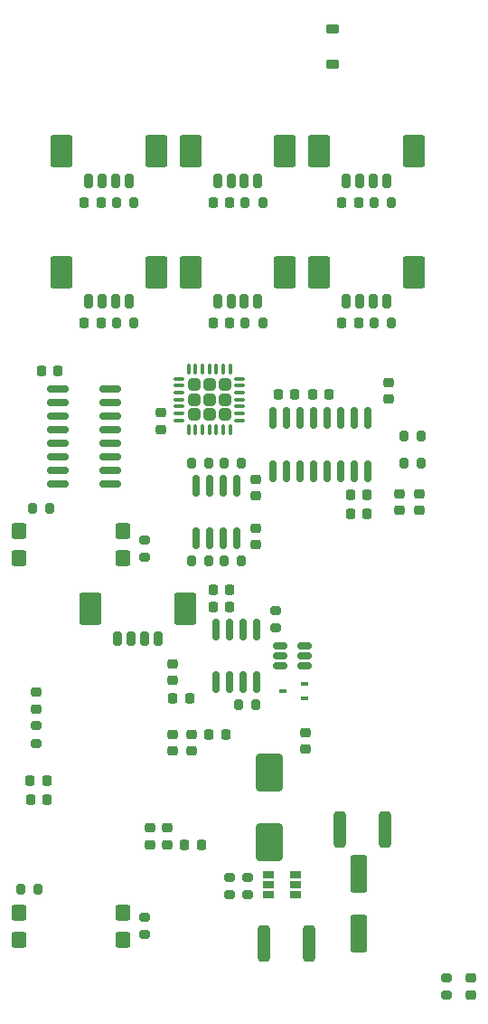
<source format=gbr>
%TF.GenerationSoftware,KiCad,Pcbnew,7.0.10*%
%TF.CreationDate,2024-04-30T16:54:10+09:00*%
%TF.ProjectId,Panel_board,50616e65-6c5f-4626-9f61-72642e6b6963,rev?*%
%TF.SameCoordinates,Original*%
%TF.FileFunction,Paste,Top*%
%TF.FilePolarity,Positive*%
%FSLAX46Y46*%
G04 Gerber Fmt 4.6, Leading zero omitted, Abs format (unit mm)*
G04 Created by KiCad (PCBNEW 7.0.10) date 2024-04-30 16:54:10*
%MOMM*%
%LPD*%
G01*
G04 APERTURE LIST*
G04 Aperture macros list*
%AMRoundRect*
0 Rectangle with rounded corners*
0 $1 Rounding radius*
0 $2 $3 $4 $5 $6 $7 $8 $9 X,Y pos of 4 corners*
0 Add a 4 corners polygon primitive as box body*
4,1,4,$2,$3,$4,$5,$6,$7,$8,$9,$2,$3,0*
0 Add four circle primitives for the rounded corners*
1,1,$1+$1,$2,$3*
1,1,$1+$1,$4,$5*
1,1,$1+$1,$6,$7*
1,1,$1+$1,$8,$9*
0 Add four rect primitives between the rounded corners*
20,1,$1+$1,$2,$3,$4,$5,0*
20,1,$1+$1,$4,$5,$6,$7,0*
20,1,$1+$1,$6,$7,$8,$9,0*
20,1,$1+$1,$8,$9,$2,$3,0*%
G04 Aperture macros list end*
%ADD10RoundRect,0.200000X0.200000X0.275000X-0.200000X0.275000X-0.200000X-0.275000X0.200000X-0.275000X0*%
%ADD11RoundRect,0.200000X-0.275000X0.200000X-0.275000X-0.200000X0.275000X-0.200000X0.275000X0.200000X0*%
%ADD12RoundRect,0.225000X-0.250000X0.225000X-0.250000X-0.225000X0.250000X-0.225000X0.250000X0.225000X0*%
%ADD13RoundRect,0.225000X0.225000X0.250000X-0.225000X0.250000X-0.225000X-0.250000X0.225000X-0.250000X0*%
%ADD14RoundRect,0.150000X-0.150000X0.850000X-0.150000X-0.850000X0.150000X-0.850000X0.150000X0.850000X0*%
%ADD15RoundRect,0.225000X0.250000X-0.225000X0.250000X0.225000X-0.250000X0.225000X-0.250000X-0.225000X0*%
%ADD16RoundRect,0.253800X-0.451200X-0.481200X0.451200X-0.481200X0.451200X0.481200X-0.451200X0.481200X0*%
%ADD17RoundRect,0.200000X0.275000X-0.200000X0.275000X0.200000X-0.275000X0.200000X-0.275000X-0.200000X0*%
%ADD18RoundRect,0.200000X-0.200000X-0.275000X0.200000X-0.275000X0.200000X0.275000X-0.200000X0.275000X0*%
%ADD19RoundRect,0.250000X0.550000X-1.500000X0.550000X1.500000X-0.550000X1.500000X-0.550000X-1.500000X0*%
%ADD20RoundRect,0.200000X0.200000X0.450000X-0.200000X0.450000X-0.200000X-0.450000X0.200000X-0.450000X0*%
%ADD21RoundRect,0.250001X0.799999X1.249999X-0.799999X1.249999X-0.799999X-1.249999X0.799999X-1.249999X0*%
%ADD22RoundRect,0.218750X0.218750X0.256250X-0.218750X0.256250X-0.218750X-0.256250X0.218750X-0.256250X0*%
%ADD23RoundRect,0.225000X-0.225000X-0.250000X0.225000X-0.250000X0.225000X0.250000X-0.225000X0.250000X0*%
%ADD24R,1.000000X0.700000*%
%ADD25RoundRect,0.218750X-0.256250X0.218750X-0.256250X-0.218750X0.256250X-0.218750X0.256250X0.218750X0*%
%ADD26RoundRect,0.150000X0.150000X-0.825000X0.150000X0.825000X-0.150000X0.825000X-0.150000X-0.825000X0*%
%ADD27RoundRect,0.218750X-0.218750X-0.256250X0.218750X-0.256250X0.218750X0.256250X-0.218750X0.256250X0*%
%ADD28RoundRect,0.225000X0.375000X-0.225000X0.375000X0.225000X-0.375000X0.225000X-0.375000X-0.225000X0*%
%ADD29RoundRect,0.150000X-0.150000X0.825000X-0.150000X-0.825000X0.150000X-0.825000X0.150000X0.825000X0*%
%ADD30RoundRect,0.150000X-0.512500X-0.150000X0.512500X-0.150000X0.512500X0.150000X-0.512500X0.150000X0*%
%ADD31R,0.700000X0.450000*%
%ADD32RoundRect,0.250000X-0.312500X-1.450000X0.312500X-1.450000X0.312500X1.450000X-0.312500X1.450000X0*%
%ADD33RoundRect,0.250000X1.000000X-1.500000X1.000000X1.500000X-1.000000X1.500000X-1.000000X-1.500000X0*%
%ADD34RoundRect,0.250000X-0.320000X-0.320000X0.320000X-0.320000X0.320000X0.320000X-0.320000X0.320000X0*%
%ADD35RoundRect,0.075000X-0.437500X-0.075000X0.437500X-0.075000X0.437500X0.075000X-0.437500X0.075000X0*%
%ADD36RoundRect,0.075000X-0.075000X-0.437500X0.075000X-0.437500X0.075000X0.437500X-0.075000X0.437500X0*%
%ADD37RoundRect,0.250000X0.312500X1.450000X-0.312500X1.450000X-0.312500X-1.450000X0.312500X-1.450000X0*%
%ADD38RoundRect,0.150000X0.825000X0.150000X-0.825000X0.150000X-0.825000X-0.150000X0.825000X-0.150000X0*%
G04 APERTURE END LIST*
D10*
%TO.C,R13*%
X-2350000Y-83357000D03*
X-4000000Y-83357000D03*
%TD*%
D11*
%TO.C,R9*%
X-12827000Y-67927000D03*
X-12827000Y-69577000D03*
%TD*%
D12*
%TO.C,C13*%
X-11303000Y-56039000D03*
X-11303000Y-57589000D03*
%TD*%
D13*
%TO.C,C23*%
X7229000Y-47626000D03*
X5679000Y-47626000D03*
%TD*%
%TO.C,C22*%
X-16901000Y-36323000D03*
X-18451000Y-36323000D03*
%TD*%
D11*
%TO.C,R10*%
X-12827000Y-103233000D03*
X-12827000Y-104883000D03*
%TD*%
D14*
%TO.C,U4*%
X8128000Y-56513000D03*
X6858000Y-56513000D03*
X5588000Y-56513000D03*
X4318000Y-56513000D03*
X3048000Y-56513000D03*
X1778000Y-56513000D03*
X508000Y-56513000D03*
X-762000Y-56513000D03*
X-762000Y-61513000D03*
X508000Y-61513000D03*
X1778000Y-61513000D03*
X3048000Y-61513000D03*
X4318000Y-61513000D03*
X5588000Y-61513000D03*
X6858000Y-61513000D03*
X8128000Y-61513000D03*
%TD*%
D15*
%TO.C,C19*%
X2286000Y-87516000D03*
X2286000Y-85966000D03*
%TD*%
%TO.C,C9*%
X-12319000Y-96451000D03*
X-12319000Y-94901000D03*
%TD*%
D16*
%TO.C,U6*%
X-24535000Y-102788000D03*
X-24535000Y-105328000D03*
X-14835000Y-105328000D03*
X-14835000Y-102788000D03*
%TD*%
D17*
%TO.C,R16*%
X-3175000Y-101155000D03*
X-3175000Y-99505000D03*
%TD*%
D10*
%TO.C,R17*%
X10327000Y-36323000D03*
X8677000Y-36323000D03*
%TD*%
D12*
%TO.C,C6*%
X10033000Y-53200000D03*
X10033000Y-54750000D03*
%TD*%
D10*
%TO.C,R11*%
X-3747000Y-69895000D03*
X-5397000Y-69895000D03*
%TD*%
%TO.C,R19*%
X-13803000Y-36323000D03*
X-15453000Y-36323000D03*
%TD*%
D18*
%TO.C,R5*%
X11494000Y-60706000D03*
X13144000Y-60706000D03*
%TD*%
D19*
%TO.C,C28*%
X7239000Y-104781000D03*
X7239000Y-99181000D03*
%TD*%
D13*
%TO.C,C3*%
X1283000Y-54274000D03*
X-267000Y-54274000D03*
%TD*%
%TO.C,C25*%
X-16901000Y-47626000D03*
X-18451000Y-47626000D03*
%TD*%
D20*
%TO.C,J7*%
X-14274000Y-34291000D03*
X-15524000Y-34291000D03*
X-16774000Y-34291000D03*
X-18024000Y-34291000D03*
D21*
X-11724000Y-31541000D03*
X-20574000Y-31541000D03*
%TD*%
D12*
%TO.C,C18*%
X-8382000Y-86138000D03*
X-8382000Y-87688000D03*
%TD*%
D22*
%TO.C,FB2*%
X-8610500Y-82722000D03*
X-10185500Y-82722000D03*
%TD*%
D23*
%TO.C,C17*%
X-6363000Y-72562000D03*
X-4813000Y-72562000D03*
%TD*%
D24*
%TO.C,Q2*%
X-1234000Y-99253000D03*
X-1234000Y-100203000D03*
X-1234000Y-101153000D03*
X1366000Y-101153000D03*
X1366000Y-100203000D03*
X1366000Y-99253000D03*
%TD*%
D25*
%TO.C,D2*%
X-22987000Y-82163000D03*
X-22987000Y-83738000D03*
%TD*%
D17*
%TO.C,R7*%
X-22987000Y-86950500D03*
X-22987000Y-85300500D03*
%TD*%
D13*
%TO.C,C21*%
X-4836000Y-36323000D03*
X-6386000Y-36323000D03*
%TD*%
D15*
%TO.C,C14*%
X-10160000Y-81084000D03*
X-10160000Y-79534000D03*
%TD*%
D10*
%TO.C,R1*%
X-3747000Y-60751000D03*
X-5397000Y-60751000D03*
%TD*%
%TO.C,R20*%
X10327000Y-47626000D03*
X8677000Y-47626000D03*
%TD*%
D20*
%TO.C,J10*%
X-14274000Y-45594000D03*
X-15524000Y-45594000D03*
X-16774000Y-45594000D03*
X-18024000Y-45594000D03*
D21*
X-11724000Y-42844000D03*
X-20574000Y-42844000D03*
%TD*%
D15*
%TO.C,C1*%
X-2413000Y-63812000D03*
X-2413000Y-62262000D03*
%TD*%
D22*
%TO.C,FB1*%
X-21945500Y-90469000D03*
X-23520500Y-90469000D03*
%TD*%
D20*
%TO.C,J5*%
X9856000Y-34291000D03*
X8606000Y-34291000D03*
X7356000Y-34291000D03*
X6106000Y-34291000D03*
D21*
X12406000Y-31541000D03*
X3556000Y-31541000D03*
%TD*%
D16*
%TO.C,U3*%
X-24559000Y-67101000D03*
X-24559000Y-69641000D03*
X-14859000Y-69641000D03*
X-14859000Y-67101000D03*
%TD*%
D12*
%TO.C,C16*%
X-10160000Y-86138000D03*
X-10160000Y-87688000D03*
%TD*%
D26*
%TO.C,U7*%
X-6096000Y-81260000D03*
X-4826000Y-81260000D03*
X-3556000Y-81260000D03*
X-2286000Y-81260000D03*
X-2286000Y-76310000D03*
X-3556000Y-76310000D03*
X-4826000Y-76310000D03*
X-6096000Y-76310000D03*
%TD*%
D10*
%TO.C,R22*%
X-13803000Y-47626000D03*
X-15453000Y-47626000D03*
%TD*%
D15*
%TO.C,C10*%
X-10668000Y-96451000D03*
X-10668000Y-94901000D03*
%TD*%
D20*
%TO.C,J9*%
X-2209000Y-45594000D03*
X-3459000Y-45594000D03*
X-4709000Y-45594000D03*
X-5959000Y-45594000D03*
D21*
X341000Y-42844000D03*
X-8509000Y-42844000D03*
%TD*%
D10*
%TO.C,R2*%
X-6795000Y-60751000D03*
X-8445000Y-60751000D03*
%TD*%
D27*
%TO.C,TH1*%
X-9042500Y-96438000D03*
X-7467500Y-96438000D03*
%TD*%
D23*
%TO.C,C12*%
X6464000Y-65450000D03*
X8014000Y-65450000D03*
%TD*%
D27*
%TO.C,TH2*%
X-6756500Y-86151000D03*
X-5181500Y-86151000D03*
%TD*%
D10*
%TO.C,R18*%
X-1738000Y-36323000D03*
X-3388000Y-36323000D03*
%TD*%
%TO.C,R4*%
X-21654000Y-64942000D03*
X-23304000Y-64942000D03*
%TD*%
D11*
%TO.C,R14*%
X-508000Y-74531000D03*
X-508000Y-76181000D03*
%TD*%
D20*
%TO.C,J8*%
X9856000Y-45594000D03*
X8606000Y-45594000D03*
X7356000Y-45594000D03*
X6106000Y-45594000D03*
D21*
X12406000Y-42844000D03*
X3556000Y-42844000D03*
%TD*%
D12*
%TO.C,C5*%
X-2413000Y-66834000D03*
X-2413000Y-68384000D03*
%TD*%
D28*
%TO.C,D3*%
X4826000Y-23412000D03*
X4826000Y-20112000D03*
%TD*%
D29*
%TO.C,U2*%
X-4191000Y-62848000D03*
X-5461000Y-62848000D03*
X-6731000Y-62848000D03*
X-8001000Y-62848000D03*
X-8001000Y-67798000D03*
X-6731000Y-67798000D03*
X-5461000Y-67798000D03*
X-4191000Y-67798000D03*
%TD*%
D30*
%TO.C,U9*%
X-121500Y-77835000D03*
X-121500Y-78785000D03*
X-121500Y-79735000D03*
X2153500Y-79735000D03*
X2153500Y-78785000D03*
X2153500Y-77835000D03*
%TD*%
D18*
%TO.C,R6*%
X-24447000Y-100629000D03*
X-22797000Y-100629000D03*
%TD*%
%TO.C,R12*%
X-8445000Y-69895000D03*
X-6795000Y-69895000D03*
%TD*%
D11*
%TO.C,R15*%
X-4826000Y-99505000D03*
X-4826000Y-101155000D03*
%TD*%
D13*
%TO.C,C20*%
X7229000Y-36323000D03*
X5679000Y-36323000D03*
%TD*%
D23*
%TO.C,C11*%
X6464000Y-63712000D03*
X8014000Y-63712000D03*
%TD*%
D31*
%TO.C,U10*%
X2143000Y-82737000D03*
X2143000Y-81437000D03*
X143000Y-82087000D03*
%TD*%
D20*
%TO.C,J6*%
X-2209000Y-34291000D03*
X-3459000Y-34291000D03*
X-4709000Y-34291000D03*
X-5959000Y-34291000D03*
D21*
X341000Y-31541000D03*
X-8509000Y-31541000D03*
%TD*%
D10*
%TO.C,R21*%
X-1738000Y-47626000D03*
X-3388000Y-47626000D03*
%TD*%
D23*
%TO.C,C2*%
X-23508000Y-92247000D03*
X-21958000Y-92247000D03*
%TD*%
D32*
%TO.C,F1*%
X5482500Y-94996000D03*
X9757500Y-94996000D03*
%TD*%
D18*
%TO.C,R3*%
X11494000Y-58166000D03*
X13144000Y-58166000D03*
%TD*%
D23*
%TO.C,C7*%
X2908000Y-54274000D03*
X4458000Y-54274000D03*
%TD*%
D11*
%TO.C,R8*%
X15494000Y-108903000D03*
X15494000Y-110553000D03*
%TD*%
D33*
%TO.C,C27*%
X-1143000Y-96214000D03*
X-1143000Y-89714000D03*
%TD*%
D20*
%TO.C,J12*%
X-11557000Y-77134000D03*
X-12807000Y-77134000D03*
X-14057000Y-77134000D03*
X-15307000Y-77134000D03*
D21*
X-9007000Y-74384000D03*
X-17857000Y-74384000D03*
%TD*%
D15*
%TO.C,C8*%
X12954000Y-65164000D03*
X12954000Y-63614000D03*
%TD*%
D34*
%TO.C,U5*%
X-8151000Y-53362000D03*
X-8151000Y-54782000D03*
X-8151000Y-56202000D03*
X-6731000Y-53362000D03*
X-6731000Y-54782000D03*
X-6731000Y-56202000D03*
X-5311000Y-53362000D03*
X-5311000Y-54782000D03*
X-5311000Y-56202000D03*
D35*
X-9568500Y-52832000D03*
X-9568500Y-53482000D03*
X-9568500Y-54132000D03*
X-9568500Y-54782000D03*
X-9568500Y-55432000D03*
X-9568500Y-56082000D03*
X-9568500Y-56732000D03*
D36*
X-8681000Y-57619500D03*
X-8031000Y-57619500D03*
X-7381000Y-57619500D03*
X-6731000Y-57619500D03*
X-6081000Y-57619500D03*
X-5431000Y-57619500D03*
X-4781000Y-57619500D03*
D35*
X-3893500Y-56732000D03*
X-3893500Y-56082000D03*
X-3893500Y-55432000D03*
X-3893500Y-54782000D03*
X-3893500Y-54132000D03*
X-3893500Y-53482000D03*
X-3893500Y-52832000D03*
D36*
X-4781000Y-51944500D03*
X-5431000Y-51944500D03*
X-6081000Y-51944500D03*
X-6731000Y-51944500D03*
X-7381000Y-51944500D03*
X-8031000Y-51944500D03*
X-8681000Y-51944500D03*
%TD*%
D23*
%TO.C,C26*%
X-22492000Y-52115000D03*
X-20942000Y-52115000D03*
%TD*%
D37*
%TO.C,TH3*%
X2645500Y-105664000D03*
X-1629500Y-105664000D03*
%TD*%
D13*
%TO.C,C24*%
X-4836000Y-47626000D03*
X-6386000Y-47626000D03*
%TD*%
D38*
%TO.C,U11*%
X-16005000Y-62656000D03*
X-16005000Y-61386000D03*
X-16005000Y-60116000D03*
X-16005000Y-58846000D03*
X-16005000Y-57576000D03*
X-16005000Y-56306000D03*
X-16005000Y-55036000D03*
X-16005000Y-53766000D03*
X-20955000Y-53766000D03*
X-20955000Y-55036000D03*
X-20955000Y-56306000D03*
X-20955000Y-57576000D03*
X-20955000Y-58846000D03*
X-20955000Y-60116000D03*
X-20955000Y-61386000D03*
X-20955000Y-62656000D03*
%TD*%
D23*
%TO.C,C15*%
X-6376000Y-74213000D03*
X-4826000Y-74213000D03*
%TD*%
D15*
%TO.C,C4*%
X11049000Y-65164000D03*
X11049000Y-63614000D03*
%TD*%
D25*
%TO.C,D1*%
X17780000Y-108940500D03*
X17780000Y-110515500D03*
%TD*%
M02*

</source>
